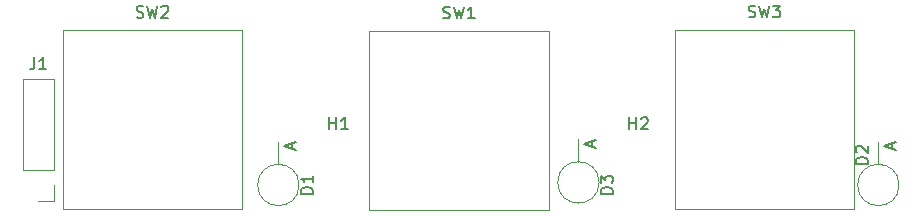
<source format=gbr>
%TF.GenerationSoftware,KiCad,Pcbnew,(7.0.0)*%
%TF.CreationDate,2023-05-23T21:52:26+07:00*%
%TF.ProjectId,bottom_keyboard_pcb,626f7474-6f6d-45f6-9b65-79626f617264,rev?*%
%TF.SameCoordinates,Original*%
%TF.FileFunction,Legend,Top*%
%TF.FilePolarity,Positive*%
%FSLAX46Y46*%
G04 Gerber Fmt 4.6, Leading zero omitted, Abs format (unit mm)*
G04 Created by KiCad (PCBNEW (7.0.0)) date 2023-05-23 21:52:26*
%MOMM*%
%LPD*%
G01*
G04 APERTURE LIST*
%ADD10C,0.150000*%
%ADD11C,0.120000*%
G04 APERTURE END LIST*
D10*
%TO.C,SW3*%
X164272182Y-88627784D02*
X164415039Y-88675403D01*
X164415039Y-88675403D02*
X164653134Y-88675403D01*
X164653134Y-88675403D02*
X164748372Y-88627784D01*
X164748372Y-88627784D02*
X164795991Y-88580165D01*
X164795991Y-88580165D02*
X164843610Y-88484927D01*
X164843610Y-88484927D02*
X164843610Y-88389689D01*
X164843610Y-88389689D02*
X164795991Y-88294451D01*
X164795991Y-88294451D02*
X164748372Y-88246832D01*
X164748372Y-88246832D02*
X164653134Y-88199213D01*
X164653134Y-88199213D02*
X164462658Y-88151594D01*
X164462658Y-88151594D02*
X164367420Y-88103975D01*
X164367420Y-88103975D02*
X164319801Y-88056356D01*
X164319801Y-88056356D02*
X164272182Y-87961118D01*
X164272182Y-87961118D02*
X164272182Y-87865880D01*
X164272182Y-87865880D02*
X164319801Y-87770642D01*
X164319801Y-87770642D02*
X164367420Y-87723023D01*
X164367420Y-87723023D02*
X164462658Y-87675403D01*
X164462658Y-87675403D02*
X164700753Y-87675403D01*
X164700753Y-87675403D02*
X164843610Y-87723023D01*
X165176944Y-87675403D02*
X165415039Y-88675403D01*
X165415039Y-88675403D02*
X165605515Y-87961118D01*
X165605515Y-87961118D02*
X165795991Y-88675403D01*
X165795991Y-88675403D02*
X166034087Y-87675403D01*
X166319801Y-87675403D02*
X166938848Y-87675403D01*
X166938848Y-87675403D02*
X166605515Y-88056356D01*
X166605515Y-88056356D02*
X166748372Y-88056356D01*
X166748372Y-88056356D02*
X166843610Y-88103975D01*
X166843610Y-88103975D02*
X166891229Y-88151594D01*
X166891229Y-88151594D02*
X166938848Y-88246832D01*
X166938848Y-88246832D02*
X166938848Y-88484927D01*
X166938848Y-88484927D02*
X166891229Y-88580165D01*
X166891229Y-88580165D02*
X166843610Y-88627784D01*
X166843610Y-88627784D02*
X166748372Y-88675403D01*
X166748372Y-88675403D02*
X166462658Y-88675403D01*
X166462658Y-88675403D02*
X166367420Y-88627784D01*
X166367420Y-88627784D02*
X166319801Y-88580165D01*
%TO.C,SW2*%
X112461928Y-88661864D02*
X112604785Y-88709483D01*
X112604785Y-88709483D02*
X112842880Y-88709483D01*
X112842880Y-88709483D02*
X112938118Y-88661864D01*
X112938118Y-88661864D02*
X112985737Y-88614245D01*
X112985737Y-88614245D02*
X113033356Y-88519007D01*
X113033356Y-88519007D02*
X113033356Y-88423769D01*
X113033356Y-88423769D02*
X112985737Y-88328531D01*
X112985737Y-88328531D02*
X112938118Y-88280912D01*
X112938118Y-88280912D02*
X112842880Y-88233293D01*
X112842880Y-88233293D02*
X112652404Y-88185674D01*
X112652404Y-88185674D02*
X112557166Y-88138055D01*
X112557166Y-88138055D02*
X112509547Y-88090436D01*
X112509547Y-88090436D02*
X112461928Y-87995198D01*
X112461928Y-87995198D02*
X112461928Y-87899960D01*
X112461928Y-87899960D02*
X112509547Y-87804722D01*
X112509547Y-87804722D02*
X112557166Y-87757103D01*
X112557166Y-87757103D02*
X112652404Y-87709483D01*
X112652404Y-87709483D02*
X112890499Y-87709483D01*
X112890499Y-87709483D02*
X113033356Y-87757103D01*
X113366690Y-87709483D02*
X113604785Y-88709483D01*
X113604785Y-88709483D02*
X113795261Y-87995198D01*
X113795261Y-87995198D02*
X113985737Y-88709483D01*
X113985737Y-88709483D02*
X114223833Y-87709483D01*
X114557166Y-87804722D02*
X114604785Y-87757103D01*
X114604785Y-87757103D02*
X114700023Y-87709483D01*
X114700023Y-87709483D02*
X114938118Y-87709483D01*
X114938118Y-87709483D02*
X115033356Y-87757103D01*
X115033356Y-87757103D02*
X115080975Y-87804722D01*
X115080975Y-87804722D02*
X115128594Y-87899960D01*
X115128594Y-87899960D02*
X115128594Y-87995198D01*
X115128594Y-87995198D02*
X115080975Y-88138055D01*
X115080975Y-88138055D02*
X114509547Y-88709483D01*
X114509547Y-88709483D02*
X115128594Y-88709483D01*
%TO.C,SW1*%
X138406667Y-88719761D02*
X138549524Y-88767380D01*
X138549524Y-88767380D02*
X138787619Y-88767380D01*
X138787619Y-88767380D02*
X138882857Y-88719761D01*
X138882857Y-88719761D02*
X138930476Y-88672142D01*
X138930476Y-88672142D02*
X138978095Y-88576904D01*
X138978095Y-88576904D02*
X138978095Y-88481666D01*
X138978095Y-88481666D02*
X138930476Y-88386428D01*
X138930476Y-88386428D02*
X138882857Y-88338809D01*
X138882857Y-88338809D02*
X138787619Y-88291190D01*
X138787619Y-88291190D02*
X138597143Y-88243571D01*
X138597143Y-88243571D02*
X138501905Y-88195952D01*
X138501905Y-88195952D02*
X138454286Y-88148333D01*
X138454286Y-88148333D02*
X138406667Y-88053095D01*
X138406667Y-88053095D02*
X138406667Y-87957857D01*
X138406667Y-87957857D02*
X138454286Y-87862619D01*
X138454286Y-87862619D02*
X138501905Y-87815000D01*
X138501905Y-87815000D02*
X138597143Y-87767380D01*
X138597143Y-87767380D02*
X138835238Y-87767380D01*
X138835238Y-87767380D02*
X138978095Y-87815000D01*
X139311429Y-87767380D02*
X139549524Y-88767380D01*
X139549524Y-88767380D02*
X139740000Y-88053095D01*
X139740000Y-88053095D02*
X139930476Y-88767380D01*
X139930476Y-88767380D02*
X140168572Y-87767380D01*
X141073333Y-88767380D02*
X140501905Y-88767380D01*
X140787619Y-88767380D02*
X140787619Y-87767380D01*
X140787619Y-87767380D02*
X140692381Y-87910238D01*
X140692381Y-87910238D02*
X140597143Y-88005476D01*
X140597143Y-88005476D02*
X140501905Y-88053095D01*
%TO.C,H1*%
X128778095Y-98157380D02*
X128778095Y-97157380D01*
X128778095Y-97633571D02*
X129349523Y-97633571D01*
X129349523Y-98157380D02*
X129349523Y-97157380D01*
X130349523Y-98157380D02*
X129778095Y-98157380D01*
X130063809Y-98157380D02*
X130063809Y-97157380D01*
X130063809Y-97157380D02*
X129968571Y-97300238D01*
X129968571Y-97300238D02*
X129873333Y-97395476D01*
X129873333Y-97395476D02*
X129778095Y-97443095D01*
%TO.C,H2*%
X154178095Y-98157380D02*
X154178095Y-97157380D01*
X154178095Y-97633571D02*
X154749523Y-97633571D01*
X154749523Y-98157380D02*
X154749523Y-97157380D01*
X155178095Y-97252619D02*
X155225714Y-97205000D01*
X155225714Y-97205000D02*
X155320952Y-97157380D01*
X155320952Y-97157380D02*
X155559047Y-97157380D01*
X155559047Y-97157380D02*
X155654285Y-97205000D01*
X155654285Y-97205000D02*
X155701904Y-97252619D01*
X155701904Y-97252619D02*
X155749523Y-97347857D01*
X155749523Y-97347857D02*
X155749523Y-97443095D01*
X155749523Y-97443095D02*
X155701904Y-97585952D01*
X155701904Y-97585952D02*
X155130476Y-98157380D01*
X155130476Y-98157380D02*
X155749523Y-98157380D01*
%TO.C,D3*%
X152767380Y-103608094D02*
X151767380Y-103608094D01*
X151767380Y-103608094D02*
X151767380Y-103369999D01*
X151767380Y-103369999D02*
X151815000Y-103227142D01*
X151815000Y-103227142D02*
X151910238Y-103131904D01*
X151910238Y-103131904D02*
X152005476Y-103084285D01*
X152005476Y-103084285D02*
X152195952Y-103036666D01*
X152195952Y-103036666D02*
X152338809Y-103036666D01*
X152338809Y-103036666D02*
X152529285Y-103084285D01*
X152529285Y-103084285D02*
X152624523Y-103131904D01*
X152624523Y-103131904D02*
X152719761Y-103227142D01*
X152719761Y-103227142D02*
X152767380Y-103369999D01*
X152767380Y-103369999D02*
X152767380Y-103608094D01*
X151767380Y-102703332D02*
X151767380Y-102084285D01*
X151767380Y-102084285D02*
X152148333Y-102417618D01*
X152148333Y-102417618D02*
X152148333Y-102274761D01*
X152148333Y-102274761D02*
X152195952Y-102179523D01*
X152195952Y-102179523D02*
X152243571Y-102131904D01*
X152243571Y-102131904D02*
X152338809Y-102084285D01*
X152338809Y-102084285D02*
X152576904Y-102084285D01*
X152576904Y-102084285D02*
X152672142Y-102131904D01*
X152672142Y-102131904D02*
X152719761Y-102179523D01*
X152719761Y-102179523D02*
X152767380Y-102274761D01*
X152767380Y-102274761D02*
X152767380Y-102560475D01*
X152767380Y-102560475D02*
X152719761Y-102655713D01*
X152719761Y-102655713D02*
X152672142Y-102703332D01*
X151041666Y-99610277D02*
X151041666Y-99134087D01*
X151327380Y-99705515D02*
X150327380Y-99372182D01*
X150327380Y-99372182D02*
X151327380Y-99038849D01*
%TO.C,D2*%
X174357380Y-101068094D02*
X173357380Y-101068094D01*
X173357380Y-101068094D02*
X173357380Y-100829999D01*
X173357380Y-100829999D02*
X173405000Y-100687142D01*
X173405000Y-100687142D02*
X173500238Y-100591904D01*
X173500238Y-100591904D02*
X173595476Y-100544285D01*
X173595476Y-100544285D02*
X173785952Y-100496666D01*
X173785952Y-100496666D02*
X173928809Y-100496666D01*
X173928809Y-100496666D02*
X174119285Y-100544285D01*
X174119285Y-100544285D02*
X174214523Y-100591904D01*
X174214523Y-100591904D02*
X174309761Y-100687142D01*
X174309761Y-100687142D02*
X174357380Y-100829999D01*
X174357380Y-100829999D02*
X174357380Y-101068094D01*
X173452619Y-100115713D02*
X173405000Y-100068094D01*
X173405000Y-100068094D02*
X173357380Y-99972856D01*
X173357380Y-99972856D02*
X173357380Y-99734761D01*
X173357380Y-99734761D02*
X173405000Y-99639523D01*
X173405000Y-99639523D02*
X173452619Y-99591904D01*
X173452619Y-99591904D02*
X173547857Y-99544285D01*
X173547857Y-99544285D02*
X173643095Y-99544285D01*
X173643095Y-99544285D02*
X173785952Y-99591904D01*
X173785952Y-99591904D02*
X174357380Y-100163332D01*
X174357380Y-100163332D02*
X174357380Y-99544285D01*
X176441666Y-99828094D02*
X176441666Y-99351904D01*
X176727380Y-99923332D02*
X175727380Y-99589999D01*
X175727380Y-99589999D02*
X176727380Y-99256666D01*
%TO.C,J1*%
X103806666Y-92077380D02*
X103806666Y-92791666D01*
X103806666Y-92791666D02*
X103759047Y-92934523D01*
X103759047Y-92934523D02*
X103663809Y-93029761D01*
X103663809Y-93029761D02*
X103520952Y-93077380D01*
X103520952Y-93077380D02*
X103425714Y-93077380D01*
X104806666Y-93077380D02*
X104235238Y-93077380D01*
X104520952Y-93077380D02*
X104520952Y-92077380D01*
X104520952Y-92077380D02*
X104425714Y-92220238D01*
X104425714Y-92220238D02*
X104330476Y-92315476D01*
X104330476Y-92315476D02*
X104235238Y-92363095D01*
%TO.C,D1*%
X127367380Y-103608094D02*
X126367380Y-103608094D01*
X126367380Y-103608094D02*
X126367380Y-103369999D01*
X126367380Y-103369999D02*
X126415000Y-103227142D01*
X126415000Y-103227142D02*
X126510238Y-103131904D01*
X126510238Y-103131904D02*
X126605476Y-103084285D01*
X126605476Y-103084285D02*
X126795952Y-103036666D01*
X126795952Y-103036666D02*
X126938809Y-103036666D01*
X126938809Y-103036666D02*
X127129285Y-103084285D01*
X127129285Y-103084285D02*
X127224523Y-103131904D01*
X127224523Y-103131904D02*
X127319761Y-103227142D01*
X127319761Y-103227142D02*
X127367380Y-103369999D01*
X127367380Y-103369999D02*
X127367380Y-103608094D01*
X127367380Y-102084285D02*
X127367380Y-102655713D01*
X127367380Y-102369999D02*
X126367380Y-102369999D01*
X126367380Y-102369999D02*
X126510238Y-102465237D01*
X126510238Y-102465237D02*
X126605476Y-102560475D01*
X126605476Y-102560475D02*
X126653095Y-102655713D01*
X125641666Y-99828094D02*
X125641666Y-99351904D01*
X125927380Y-99923332D02*
X124927380Y-99589999D01*
X124927380Y-99589999D02*
X125927380Y-99256666D01*
D11*
%TO.C,SW3*%
X158005515Y-89708023D02*
X158005515Y-104908023D01*
X158005515Y-104908023D02*
X173205515Y-104908023D01*
X173205515Y-104908023D02*
X173205515Y-89708023D01*
X173205515Y-89708023D02*
X158005515Y-89708023D01*
%TO.C,SW2*%
X106195261Y-89742103D02*
X106195261Y-104942103D01*
X106195261Y-104942103D02*
X121395261Y-104942103D01*
X121395261Y-104942103D02*
X121395261Y-89742103D01*
X121395261Y-89742103D02*
X106195261Y-89742103D01*
%TO.C,SW1*%
X132140000Y-89800000D02*
X132140000Y-105000000D01*
X132140000Y-105000000D02*
X147340000Y-105000000D01*
X147340000Y-105000000D02*
X147340000Y-89800000D01*
X147340000Y-89800000D02*
X132140000Y-89800000D01*
%TO.C,D3*%
X149860000Y-100901548D02*
X149860000Y-98972183D01*
X151610635Y-102652183D02*
G75*
G03*
X151610635Y-102652183I-1750635J0D01*
G01*
%TO.C,D2*%
X175260000Y-101119365D02*
X175260000Y-99190000D01*
X177010635Y-102870000D02*
G75*
G03*
X177010635Y-102870000I-1750635J0D01*
G01*
%TO.C,J1*%
X105470000Y-104190000D02*
X104140000Y-104190000D01*
X105470000Y-102860000D02*
X105470000Y-104190000D01*
X105470000Y-101590000D02*
X105470000Y-93910000D01*
X105470000Y-101590000D02*
X102810000Y-101590000D01*
X105470000Y-93910000D02*
X102810000Y-93910000D01*
X102810000Y-101590000D02*
X102810000Y-93910000D01*
%TO.C,D1*%
X124460000Y-101119365D02*
X124460000Y-99190000D01*
X126210635Y-102870000D02*
G75*
G03*
X126210635Y-102870000I-1750635J0D01*
G01*
%TD*%
M02*

</source>
